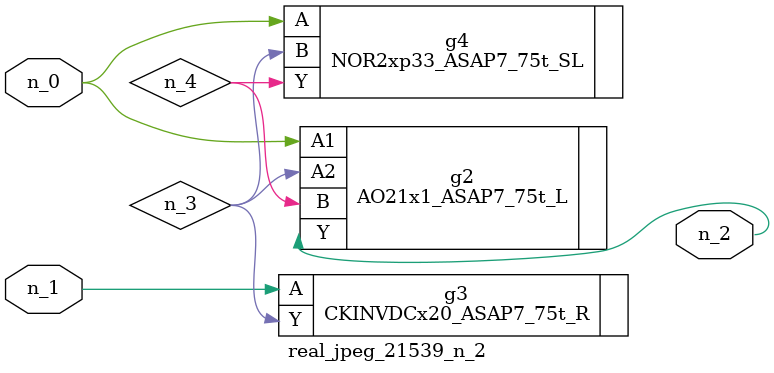
<source format=v>
module real_jpeg_21539_n_2 (n_1, n_0, n_2);

input n_1;
input n_0;

output n_2;

wire n_4;
wire n_3;

AO21x1_ASAP7_75t_L g2 ( 
.A1(n_0),
.A2(n_3),
.B(n_4),
.Y(n_2)
);

NOR2xp33_ASAP7_75t_SL g4 ( 
.A(n_0),
.B(n_3),
.Y(n_4)
);

CKINVDCx20_ASAP7_75t_R g3 ( 
.A(n_1),
.Y(n_3)
);


endmodule
</source>
